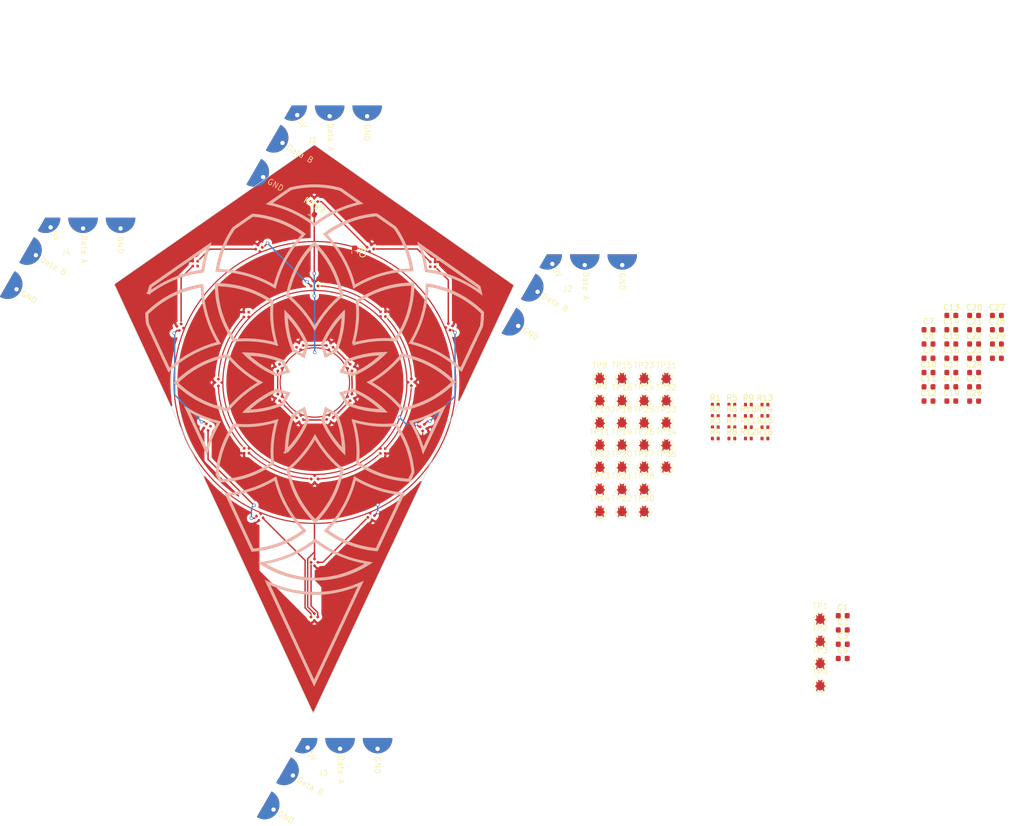
<source format=kicad_pcb>
(kicad_pcb (version 20240108) (generator "pcbnew") (generator_version "8.0")
  (layers (0 "F.Cu" signal) (31 "B.Cu" signal) (34 "B.Paste" user) (35 "F.Paste" user) (36 "B.SilkS" user "B.Silkscreen") (37 "F.SilkS" user "F.Silkscreen") (38 "B.Mask" user) (39 "F.Mask" user) (44 "Edge.Cuts" user))
  (net 0 "")
  (net 1 "+5V")
  (net 2 "GND")
  (net 3 "Net-(J1-Pin_3)")
  (net 4 "Net-(J1-Pin_2)")
  (net 5 "Net-(J2-Pin_3)")
  (net 6 "Net-(J2-Pin_2)")
  (net 7 "Net-(J3-Pin_3)")
  (net 8 "Net-(J3-Pin_2)")
  (net 9 "Net-(J4-Pin_2)")
  (net 10 "Net-(J4-Pin_3)")
  (net 11 "LED_OUT")
  (net 12 "LED_IN")
  (net 13 "Net-(D1-DOUT)")
  (net 14 "Net-(D2-DOUT)")
  (net 15 "Net-(D3-DOUT)")
  (net 16 "Net-(D4-DOUT)")
  (net 17 "Net-(D5-DOUT)")
  (net 18 "Net-(D6-DOUT)")
  (net 19 "Net-(D7-DOUT)")
  (net 20 "Net-(D8-DOUT)")
  (net 21 "Net-(D10-DIN)")
  (net 22 "ROW_ONE")
  (net 23 "Net-(D11-DOUT)")
  (net 24 "Net-(D12-DOUT)")
  (net 25 "Net-(D13-DOUT)")
  (net 26 "Net-(D14-DOUT)")
  (net 27 "Net-(D15-DOUT)")
  (net 28 "Net-(D16-DOUT)")
  (net 29 "Net-(D17-DOUT)")
  (net 30 "Net-(D18-DOUT)")
  (net 31 "Net-(D19-DOUT)")
  (net 32 "ROW_TWO")
  (net 33 "Net-(D21-DOUT)")
  (net 34 "Net-(D22-DOUT)")
  (net 35 "Net-(D23-DOUT)")
  (net 36 "Net-(D24-DOUT)")
  (net 37 "Net-(D25-DOUT)")
  (net 38 "Net-(D26-DOUT)")
  (net 39 "Net-(D27-DOUT)")
  (net 40 "Net-(D28-DOUT)")
  (footprint "SWS-Library:C_0603_1608Metric" (layer "F.Cu") (at 163.385 57.125)
    (property "Reference" "C26")
    (property "Value" "1uF,25V,X5R")
  )
  (footprint "SWS-Library:SWS-Testpoint-Bug-SM-2.4mm" (layer "F.Cu") (at 136.32 95.58)
    (property "Reference" "TP1")
    (property "Value" "TestPoint")
  )
  (footprint "Resistor_SMD:R_0402_1005Metric" (layer "F.Cu") (at 126.58 57.74)
    (property "Reference" "R13")
    (property "Value" "0")
  )
  (footprint "SWS-Library:C_0603_1608Metric" (layer "F.Cu") (at 159.375 42.065)
    (property "Reference" "C13")
    (property "Value" "1uF,25V,X5R")
  )
  (footprint "SWS-Library:XL-1010RGBC-WS2812B" (layer "F.Cu") (at 44.78 60.22 30)
    (property "Reference" "D27")
    (property "Value" "XL-1010RGBC-WS2812B" (hide yes))
  )
  (footprint "SWS-Library:C_0603_1608Metric" (layer "F.Cu") (at 159.375 44.575)
    (property "Reference" "C14")
    (property "Value" "1uF,25V,X5R")
  )
  (footprint "SWS-Library:XL-1010RGBC-WS2812B" (layer "F.Cu") (at 57.17 30.21 -150)
    (property "Reference" "D2")
    (property "Value" "XL-1010RGBC-WS2812B" (hide yes))
  )
  (footprint "SWS-Library:C_0603_1608Metric" (layer "F.Cu") (at 155.365 47.085)
    (property "Reference" "C8")
    (property "Value" "1uF,25V,X5R")
  )
  (footprint "SWS-Library:SWS-Testpoint-Bug-SM-2.4mm" (layer "F.Cu") (at 97.53 57.14)
    (property "Reference" "TP9")
    (property "Value" "TestPoint")
  )
  (footprint "SWS-Library:C_0603_1608Metric" (layer "F.Cu") (at 155.365 44.575)
    (property "Reference" "C7")
    (property "Value" "1uF,25V,X5R")
  )
  (footprint "SWS-Library:SWS-Testpoint-Bug-SM-2.4mm" (layer "F.Cu") (at 105.33 72.74)
    (property "Reference" "TP28")
    (property "Value" "TestPoint")
  )
  (footprint "SWS-Library:C_0603_1608Metric" (layer "F.Cu") (at 159.375 57.125)
    (property "Reference" "C19")
    (property "Value" "1uF,25V,X5R")
  )
  (footprint "SWS-Library:SWS-Testpoint-Bug-SM-2.4mm" (layer "F.Cu") (at 97.53 68.84)
    (property "Reference" "TP12")
    (property "Value" "TestPoint")
  )
  (footprint "SWS-Library:dodecahedron_corner" (layer "F.Cu") (at 43.5 5.11)
    (property "Reference" "J1")
    (property "Value" "Conn_01x04" (hide yes))
  )
  (footprint "SWS-Library:C_0603_1608Metric" (layer "F.Cu") (at 163.385 52.105)
    (property "Reference" "C24")
    (property "Value" "1uF,25V,X5R")
  )
  (footprint "SWS-Library:SWS-Testpoint-Bug-SM-2.4mm" (layer "F.Cu") (at 97.53 53.24)
    (property "Reference" "TP8")
    (property "Value" "TestPoint")
  )
  (footprint "SWS-Library:C_0603_1608Metric" (layer "F.Cu") (at 163.385 47.085)
    (property "Reference" "C22")
    (property "Value" "1uF,25V,X5R")
  )
  (footprint "Resistor_SMD:R_0402_1005Metric" (layer "F.Cu") (at 123.67 57.74)
    (property "Reference" "R9")
    (property "Value" "0")
  )
  (footprint "SWS-Library:XL-1010RGBC-WS2812B" (layer "F.Cu") (at 68.12 33.06 180)
    (property "Reference" "D3")
    (property "Value" "XL-1010RGBC-WS2812B" (hide yes))
  )
  (footprint "SWS-Library:dodecahedron_corner" (layer "F.Cu") (at 88.38 31.3)
    (property "Reference" "J2")
    (property "Value" "Conn_01x04" (hide yes))
  )
  (footprint "SWS-Library:SWS-Testpoint-Bug-SM-2.4mm" (layer "F.Cu") (at 97.53 72.74)
    (property "Reference" "TP13")
    (property "Value" "TestPoint")
  )
  (footprint "SWS-Library:XL-1010RGBC-WS2812B" (layer "F.Cu") (at 35.38 65.86)
    (property "Reference" "D19")
    (property "Value" "XL-1010RGBC-WS2812B" (hide yes))
  )
  (footprint "SWS-Library:XL-1010RGBC-WS2812B" (layer "F.Cu") (at 47.29 22.03 -135)
    (property "Reference" "D1")
    (property "Value" "XL-1010RGBC-WS2812B" (hide yes))
  )
  (footprint "SWS-Library:C_0603_1608Metric" (layer "F.Cu") (at 140.275 99.905)
    (property "Reference" "C3")
    (property "Value" "1uF,25V,X5R")
  )
  (footprint "SWS-Library:XL-1010RGBC-WS2812B" (layer "F.Cu") (at 47.33 85.495425 45)
    (property "Reference" "D7")
    (property "Value" "XL-1010RGBC-WS2812B" (hide yes))
  )
  (footprint "SWS-Library:SWS-Testpoint-Bug-SM-2.4mm" (layer "F.Cu") (at 97.53 61.04)
    (property "Reference" "TP10")
    (property "Value" "TestPoint")
  )
  (footprint "SWS-Library:SWS-Testpoint-Bug-SM-2.4mm" (layer "F.Cu") (at 136.32 99.48)
    (property "Reference" "TP2")
    (property "Value" "TestPoint")
  )
  (footprint "SWS-Library:SWS-Testpoint-Bug-SM-2.4mm" (layer "F.Cu") (at 109.23 68.84)
    (property "Reference" "TP35")
    (property "Value" "TestPoint")
  )
  (footprint "SWS-Library:SWS-Testpoint-Bug-SM-2.4mm" (layer "F.Cu") (at 109.23 61.04)
    (property "Reference" "TP33")
    (property "Value" "TestPoint")
  )
  (footprint "SWS-Library:XL-1010RGBC-WS2812B" (layer "F.Cu") (at 50.02 47.5 -150)
    (property "Reference" "D23")
    (property "Value" "XL-1010RGBC-WS2812B" (hide yes))
  )
  (footprint "SWS-Library:SWS-Testpoint-Bug-SM-2.4mm" (layer "F.Cu") (at 97.53 76.64)
    (property "Reference" "TP14")
    (property "Value" "TestPoint")
  )
  (footprint "SWS-Library:XL-1010RGBC-WS2812B" (layer "F.Cu") (at 41.04 56.48 -30)
    (property "Reference" "D28")
    (property "Value" "XL-1010RGBC-WS2812B" (hide yes))
  )
  (footprint "SWS-Library:XL-1010RGBC-WS2812B" (layer "F.Cu") (at 35.33 41.9 -90)
    (property "Reference" "D21")
    (property "Value" "XL-1010RGBC-WS2812B" (hide yes))
  )
  (footprint "SWS-Library:SWS-Testpoint-Bug-SM-2.4mm" (layer "F.Cu") (at 109.23 64.94)
    (property "Reference" "TP34")
    (property "Value" "TestPoint")
  )
  (footprint "SWS-Library:C_0603_1608Metric" (layer "F.Cu") (at 140.275 94.885)
    (property "Reference" "C1")
    (property "Value" "1uF,25V,X5R")
  )
  (footprint "Resistor_SMD:R_0402_1005Metric" (layer "F.Cu") (at 117.85 59.73)
    (property "Reference" "R2")
    (property "Value" "0")
  )
  (footprint "SWS-Library:C_0603_1608Metric" (layer "F.Cu") (at 46.621995 23.92375 -30)
    (property "Reference" "ROW2")
    (property "Value" "10uF,10V,X5R ")
  )
  (footprint "LOGO" (layer "F.Cu") (at 43.4168 64.28441)
    (property "Reference" "G***" (hide yes))
    (property "Value" "LOGO" (hide yes))
  )
  (footprint "SWS-Library:SWS-Testpoint-Bug-SM-2.4mm" (layer "F.Cu") (at 109.23 57.14)
    (property "Reference" "TP32")
    (property "Value" "TestPoint")
  )
  (footprint "SWS-Library:SWS-Testpoint-Bug-SM-2.4mm" (layer "F.Cu") (at 105.33 68.84)
    (property "Reference" "TP27")
    (property "Value" "TestPoint")
  )
  (footprint "SWS-Library:C_0603_1608Metric" (layer "F.Cu") (at 163.385 54.615)
    (property "Reference" "C25")
    (property "Value" "1uF,25V,X5R")
  )
  (footprint "SWS-Library:SWS-Testpoint-Bug-SM-2.4mm" (layer "F.Cu") (at 105.33 61.04)
    (property "Reference" "TP25")
    (property "Value" "TestPoint")
  )
  (footprint "SWS-Library:XL-1010RGBC-WS2812B" (layer "F.Cu") (at 50.06 60.19 60)
    (property "Reference" "D26")
    (property "Value" "XL-1010RGBC-WS2812B" (hide yes))
  )
  (footprint "Resistor_SMD:R_0402_1005Metric" (layer "F.Cu") (at 126.58 63.71)
    (property "Reference" "R16")
    (property "Value" "0")
  )
  (footprint "SWS-Library:XL-1010RGBC-WS2812B" (layer "F.Cu") (at 64.37 53.81 135)
    (property "Reference" "D16")
    (property "Value" "XL-1010RGBC-WS2812B" (hide yes))
  )
  (footprint "SWS-Library:SWS-Testpoint-Bug-SM-2.4mm" (layer "F.Cu") (at 105.33 64.94)
    (property "Reference" "TP26")
    (property "Value" "TestPoint")
  )
  (footprint "SWS-Library:SWS-Testpoint-Bug-SM-2.4mm" (layer "F.Cu") (at 105.33 53.24)
    (property "Reference" "TP23")
    (property "Value" "TestPoint")
  )
  (footprint "SWS-Library:C_0603_1608Metric" (layer "F.Cu") (at 155.365 57.125)
    (property "Reference" "C12")
    (property "Value" "1uF,25V,X5R")
  )
  (footprint "SWS-Library:XL-1010RGBC-WS2812B" (layer "F.Cu") (at 47.31 95.11 45)
    (property "Reference" "D8")
    (property "Value" "XL-1010RGBC-WS2812B" (hide yes))
  )
  (footprint "SWS-Library:C_0603_1608Metric" (layer "F.Cu") (at 163.385 49.595)
    (property "Reference" "C23")
    (property "Value" "1uF,25V,X5R")
  )
  (footprint "SWS-Library:XL-1010RGBC-WS2812B" (layer "F.Cu") (at 26.345 32.945 -90)
    (property "Reference" "D12")
    (property "Value" "XL-1010RGBC-WS2812B" (hide yes))
  )
  (footprint "SWS-Library:XL-1010RGBC-WS2812B" (layer "F.Cu") (at 44.75 47.49 -120)
    (property "Reference" "D22")
    (property "Value" "XL-1010RGBC-WS2812B" (hide yes))
  )
  (footprint "SWS-Library:XL-1010RGBC-WS2812B" (layer "F.Cu") (at 37.707075 77.524575 30)
    (property "Reference" "D9")
    (property "Value" "XL-1010RGBC-WS2812B" (hide yes))
  )
  (footprint "SWS-Library:C_0603_1608Metric" (layer "F.Cu") (at 159.375 52.105)
    (property "Reference" "C17")
    (property "Value" "1uF,25V,X5R")
  )
  (footprint "SWS-Library:XL-1010RGBC-WS2812B" (layer "F.Cu") (at 59.35 65.91 90)
    (property "Reference" "D17")
    (property "Value" "XL-1010RGBC-WS2812B" (hide yes))
  )
  (footprint "SWS-Library:SWS-Testpoint-Bug-SM-2.4mm" (layer "F.Cu") (at 105.33 76.64)
    (property "Reference" "TP30")
    (property "Value" "TestPoint")
  )
  (footprint "SWS-Library:SWS-Testpoint-Bug-SM-2.4mm" (layer "F.Cu") (at 101.43 57.14)
    (property "Reference" "TP16")
    (property "Value" "TestPoint")
  )
  (footprint "SWS-Library:XL-1010RGBC-WS2812B" (layer "F.Cu") (at 57.3 77.43 60)
    (property "Reference" "D6")
    (property "Value" "XL-1010RGBC-WS2812B" (hide yes))
  )
  (footprint "SWS-Library:XL-1010RGBC-WS2812B" (layer "F.Cu") (at 71.03 44.05 150)
    (property "Reference" "D4")
    (property "Value" "XL-1010RGBC-WS2812B" (hide yes))
  )
  (footprint "SWS-Library:SWS-Testpoint-Bug-SM-2.4mm" (layer "F.Cu") (at 136.32 107.28)
    (property "Reference" "TP4")
    (property "Value" "TestPoint")
  )
  (footprint "SWS-Library:SWS-Testpoint-Bug-SM-2.4mm" (layer "F.Cu") (at 136.32 103.38)
    (property "Reference" "TP3")
    (property "Value" "TestPoint")
  )
  (footprint "SWS-Library:C_0603_1608Metric" (layer "F.Cu") (at 167.395 42.065)
    (property "Reference" "C27")
    (property "Value" "1uF,25V,X5R")
  )
  (footprint "SWS-Library:C_0603_1608Metric" (layer "F.Cu") (at 140.275 102.415)
    (property "Reference" "C4")
    (property "Value" "1uF,25V,X5R")
  )
  (footprint "Resistor_SMD:R_0402_1005Metric" (layer "F.Cu") (at 123.67 63.71)
    (property "Reference" "R12")
    (property "Value" "0")
  )
  (footprint "SWS-Library:XL-1010RGBC-WS2812B" (layer "F.Cu") (at 23.71 44.13 -60)
    (property "Reference" "D11")
    (property "Value" "XL-1010RGBC-WS2812B" (hide yes))
  )
  (footprint "SWS-Library:XL-1010RGBC-WS2812B" (layer "F.Cu") (at 47.35 36.88 -135)
    (property "Reference" "D14")
    (property "Value" "XL-1010RGBC-WS2812B" (hide yes))
  )
  (footprint "SWS-Library:XL-1010RGBC-WS2812B" (layer "F.Cu") (at 66.51 61.8 120)
    (property "Reference" "D5")
    (property "Value" "XL-1010RGBC-WS2812B" (hide yes))
  )
  (footprint "Resistor_SMD:R_0402_1005Metric" (layer "F.Cu") (at 120.76 57.74)
    (property "Reference" "R5")
    (property "Value" "0")
  )
  (footprint "SWS-Library:XL-1010RGBC-WS2812B" (layer "F.Cu") (at 30.42 53.86 -45)
    (property "Reference" "D20")
    (property "Value" "XL-1010RGBC-WS2812B" (hide yes))
  )
  (footprint "Resistor_SMD:R_0402_1005Metric" (layer "F.Cu") (at 120.76 59.73)
    (property "Reference" "R6")
    (property "Value" "0")
  )
  (footprint "SWS-Library:XL-1010RGBC-WS2812B" (layer "F.Cu") (at 37.56 30.24 -120)
    (property "Reference" "D13")
    (property "Value" "XL-1010RGBC-WS2812B" (hide yes))
  )
  (footprint "SWS-Library:C_0603_1608Metric" (layer "F.Cu") (at 159.375 54.615)
    (property "Reference" "C18")
    (property "Value" "1uF,25V,X5R")
  )
  (footprint "SWS-Library:C_0603_1608Metric" (layer "F.Cu") (at 140.275 97.395)
    (property "Reference" "C2")
    (property "Value" "1uF,25V,X5R")
  )
  (footprint "Resistor_SMD:R_0402_1005Metric" (layer "F.Cu") (at 120.76 63.71)
    (property "Reference" "R8")
    (property "Value" "0")
  )
  (footprint "SWS-Library:XL-1010RGBC-WS2812B" (layer "F.Cu") (at 41.03 51.23 -60)
    (property "Reference" "D29")
    (property "Value" "XL-1010RGBC-WS2812B" (hide yes))
  )
  (footprint "SWS-Library:XL-1010RGBC-WS2812B" (layer "F.Cu") (at 28.45 61.70556 -30)
    (property "Reference" "D10")
    (property "Value" "XL-1010RGBC-WS2812B" (hide yes))
  )
  (footprint "Resistor_SMD:R_0402_1005Metric" (layer "F.Cu") (at 120.76 61.72)
    (property "Reference" "R7")
    (property "Value" "0")
  )
  (footprint "SWS-Library:SWS-Testpoint-Bug-SM-2.4mm" (layer "F.Cu") (at 97.53 64.94)
    (property "Reference" "TP11")
    (property "Value" "TestPoint")
  )
  (footprint "SWS-Library:C_0603_1608Metric" (layer "F.Cu") (at 163.385 44.575)
    (property "Reference" "C21")
    (property "Value" "1uF,25V,X5R")
  )
  (footprint "SWS-Library:SWS-Testpoint-Bug-SM-2.4mm" (layer "F.Cu") (at 101.43 68.84)
    (property "Reference" "TP20")
    (property "Value" "TestPoint")
  )
  (footprint "Resistor_SMD:R_0402_1005Metric" (layer "F.Cu") (at 117.85 61.72)
    (property "Reference" "R3")
    (property "Value" "0")
  )
  (footprint "SWS-Library:C_0603_1608Metric" (layer "F.Cu") (at 167.395 44.575)
    (property "Reference" "C28")
    (property "Value" "1uF,25V,X5R")
  )
  (footprint "Resistor_SMD:R_0402_1005Metric" (layer "F.Cu") (at 123.67 59.73)
    (property "Reference" "R10")
    (property "Value" "0")
  )
  (footprint "Resistor_SMD:R_0402_1005Metric" (layer "F.Cu") (at 123.67 61.72)
    (property "Reference" "R11")
    (property "Value" "0")
  )
  (footprint "Resistor_SMD:R_0402_1005Metric" (layer "F.Cu") (at 117.85 57.74)
    (property "Reference" "R1")
    (property "Value" "0")
  )
  (footprint "SWS-Library:XL-1010RGBC-WS2812B" (layer "F.Cu") (at 47.36 70.83 45)
    (property "Reference" "D18")
    (property "Value" "XL-1010RGBC-WS2812B" (hide yes))
  )
  (footprint "SWS-Library:dodecahedron_corner" (layer "F.Cu") (at 0.11 24.86)
    (property "Reference" "J4")
    (property "Value" "Conn_01x04" (hide yes))
  )
  (footprint "SWS-Library:SWS-Testpoint-Bug-SM-2.4mm" (layer "F.Cu") (at 101.43 64.94)
    (property "Reference" "TP19")
    (property "Value" "TestPoint")
  )
  (footprint "SWS-Library:dodecahedron_corner" (layer "F.Cu") (at 45.33 116.4)
    (property "Reference" "J3")
    (property "Value" "Conn_01x04" (hide yes))
  )
  (footprint "SWS-Library:SWS-Testpoint-Bug-SM-2.4mm" (layer "F.Cu") (at 101.43 72.74)
    (property "Reference" "TP21")
    (property "Value" "TestPoint")
  )
  (footprint "SWS-Library:C_0603_1608Metric" (layer "F.Cu") (at 159.375 49.595)
    (property "Reference" "C16")
    (property "Value" "1uF,25V,X5R")
  )
  (footprint "Resistor_SMD:R_0402_1005Metric" (layer "F.Cu") (at 126.58 59.73)
    (property "Reference" "R14")
    (property "Value" "0")
  )
  (footprint "SWS-Library:C_0603_1608Metric" (layer "F.Cu") (at 163.385 42.065)
    (property "Reference" "C20")
    (property "Value" "1uF,25V,X5R")
  )
  (footprint "SWS-Library:SWS-Testpoint-Bug-SM-2.4mm" (layer "F.Cu") (at 109.23 53.24)
    (property "Reference" "TP31")
    (property "Value" "TestPoint")
  )
  (footprint "Resistor_SMD:R_0402_1005Metric" (layer "F.Cu") (at 117.85 63.71)
    (property "Reference" "R4")
    (property "Value" "0")
  )
  (footprint "SWS-Library:SWS-Testpoint-Bug-SM-2.4mm" (layer "F.Cu") (at 101.43 53.24)
    (property "Reference" "TP15")
    (property "Value" "TestPoint")
  )
  (footprint "SWS-Library:C_0603_1608Metric" (layer "F.Cu") (at 167.395 47.085)
    (property "Reference" "C29")
    (property "Value" "1uF,25V,X5R")
  )
  (footprint "SWS-Library:C_0603_1608Metric" (layer "F.Cu") (at 54.4 30.9775 -90)
    (property "Reference" "C6")
    (property "Value" "1uF,25V,X5R")
  )
  (footprint "SWS-Library:XL-1010RGBC-WS2812B" (layer "F.Cu") (at 53.76 51.23 150)
    (property "Reference" "D24")
    (property "Value" "XL-1010RGBC-WS2812B" (hide yes))
  )
  (footprint "LOGO" (layer "F.Cu") (at 43.4168 64.28441)
    (property "Reference" "G***" (hide yes))
    (property "Value" "LOGO" (hide yes))
  )
  (footprint "SWS-Library:XL-1010RGBC-WS2812B" (layer "F.Cu") (at 59.38 41.83 180)
    (property "Reference" "D15")
    (property "Value" "XL-1010RGBC-WS2812B" (hide yes))
  )
  (footprint "SWS-Library:C_0603_1608Metric" (layer "F.Cu") (at 155.365 49.595)
    (property "Reference" "C9")
    (property "Value" "1uF,25V,X5R")
  )
  (footprint "SWS-Library:SWS-Testpoint-Bug-SM-2.4mm" (layer "F.Cu") (at 101.43 76.64)
    (property "Reference" "TP22")
    (property "Value" "TestPoint")
  )
  (footprint "SWS-Library:SWS-Testpoint-Bug-SM-2.4mm" (layer "F.Cu") (at 105.33 57.14)
    (property "Reference" "TP24")
    (property "Value" "TestPoint")
  )
  (footprint "SWS-Library:C_0603_1608Metric" (layer "F.Cu") (at 159.375 47.085)
    (property "Reference" "C15")
    (property "Value" "1uF,25V,X5R")
  )
  (footprint "Resistor_SMD:R_0402_1005Metric" (layer "F.Cu") (at 126.58 61.72)
    (property "Reference" "R15")
    (property "Value" "0")
  )
  (footprint "SWS-Library:SWS-Testpoint-Bug-SM-2.4mm" (layer "F.Cu") (at 101.43 61.04)
    (property "Reference" "TP18")
    (property "Value" "TestPoint")
  )
  (footprint "SWS-Library:C_0603_1608Metric" (layer "F.Cu") (at 155.365 52.105)
    (property "Reference" "C10")
    (property "Value" "1uF,25V,X5R")
  )
  (footprint "SWS-Library:C_0603_1608Metric" (layer "F.Cu") (at 155.365 54.615)
    (property "Reference" "C11")
    (property "Value" "1uF,25V,X5R")
  )
  (footprint "SWS-Library:XL-1010RGBC-WS2812B" (layer "F.Cu") (at 53.75 56.48 120)
    (property "Reference" "D25")
    (property "Value" "XL-1010RGBC-WS2812B" (hide yes))
  )
  (footprint "SWS-Library:C_0603_1608Metric" (layer "F.Cu") (at 167.395 49.595)
    (property "Reference" "C30")
    (property "Value" "1uF,25V,X5R")
  )
  (gr_circle (center 47.4 53.85) (end 47.28 37.66) (stroke (width 0.2)) (fill none) (layer "F.Cu") (net 1))
  (gr_arc (start 64.37 54.39) (mid 63.084276 60.351999) (end 59.774661 65.474984) (stroke (width 0.2)) (layer "F.Cu") (net 28))
  (gr_arc (start 30.440001 53.25) (mid 31.707018 47.389978) (end 34.932661 42.336225) (stroke (width 0.2)) (layer "F.Cu") (net 32))
  (gr_circle (center 47.4 53.85) (end 45 48.23) (stroke (width 0.2)) (fill none) (layer "F.Cu") (net 1))
  (gr_arc (start 46.75 70.799999) (mid 40.879625 69.509172) (end 35.827966 66.252137) (stroke (width 0.2)) (layer "F.Cu") (net 30))
  (gr_arc (start 34.92 65.38) (mid 31.684611 60.308936) (end 30.418927 54.428334) (stroke (width 0.2)) (layer "F.Cu") (net 31))
  (gr_arc (start 47.97 36.860001) (mid 53.874904 38.131839) (end 58.962327 41.388156) (stroke (width 0.2)) (layer "F.Cu") (net 26))
  (gr_arc (start 58.93 66.31) (mid 53.842677 69.55619) (end 47.941199 70.817604) (stroke (width 0.2)) (layer "F.Cu") (net 29))
  (gr_arc (start 59.809999 42.230001) (mid 63.102336 47.333168) (end 64.390987 53.267911) (stroke (width 0.2)) (layer "F.Cu") (net 27))
  (gr_circle (center 47.4 53.85) (end 47.28 29.05) (stroke (width 0.2)) (fill none) (layer "F.Cu") (net 1))
  (gr_line (start 60.6019 83.30061) (end 66.0908 71.59621) (stroke (width 0.1)) (layer "Edge.Cuts"))
  (gr_line (start 12.1025 36.57221) (end 47.0955 112.04141) (stroke (width 0.1)) (layer "Edge.Cuts"))
  (gr_line (start 12.1055 36.56041) (end 12.1115 36.56831) (stroke (width 0.1)) (layer "Edge.Cuts"))
  (gr_line (start 66.1156 71.54151) (end 67.3692 68.86881) (stroke (width 0.1)) (layer "Edge.Cuts"))
  (gr_line (start 82.4075 36.75341) (end 82.4135 36.74531) (stroke (width 0.1)) (layer "Edge.Cuts"))
  (gr_line (start 62.009 22.37687) (end 61.9977 22.37591) (stroke (width 0.1)) (layer "Edge.Cuts"))
  (gr_line (start 66.0908 71.59621) (end 66.0948 71.55691) (stroke (width 0.1)) (layer "Edge.Cuts"))
  (gr_line (start 47.316 12.042) (end 47.31 12.05) (stroke (width 0.1)) (layer "Edge.Cuts"))
  (gr_line (start 73.3101 56.17181) (end 73.3181 56.18461) (stroke (width 0.1)) (layer "Edge.Cuts"))
  (gr_line (start 74.4921 53.65341) (end 78.4856 45.13781) (stroke (width 0.1)) (layer "Edge.Cuts"))
  (gr_line (start 67.3692 68.86881) (end 67.3544 68.87191) (stroke (width 0.1)) (layer "Edge.Cuts"))
  (gr_line (start 47.1109 112.03971) (end 60.5876 83.30171) (stroke (width 0.1)) (layer "Edge.Cuts"))
  (gr_line (start 82.4135 36.74531) (end 75.4164 31.82021) (stroke (width 0.1)) (layer "Edge.Cuts"))
  (gr_line (start 47.1109 112.03971) (end 47.1109 112.03971) (stroke (width 0.1)) (layer "Edge.Cuts"))
  (gr_line (start 74.5001 53.66481) (end 74.4921 53.65341) (stroke (width 0.1)) (layer "Edge.Cuts"))
  (gr_line (start 78.4856 45.13781) (end 78.4936 45.15061) (stroke (width 0.1)) (layer "Edge.Cuts"))
  (gr_line (start 47.305 12.042) (end 12.1055 36.56041) (stroke (width 0.1)) (layer "Edge.Cuts"))
  (gr_line (start 47.31 12.05) (end 47.305 12.042) (stroke (width 0.1)) (layer "Edge.Cuts"))
  (gr_line (start 47.0955 112.04141) (end 47.1045 112.03741) (stroke (width 0.1)) (layer "Edge.Cuts"))
  (gr_line (start 75.4114 31.80981) (end 62.009 22.37687) (stroke (width 0.1)) (layer "Edge.Cuts"))
  (gr_line (start 79.7115 42.52601) (end 82.4165 36.75751) (stroke (width 0.1)) (layer "Edge.Cuts"))
  (gr_line (start 12.1115 36.56831) (end 12.1025 36.57221) (stroke (width 0.1)) (layer "Edge.Cuts"))
  (gr_line (start 47.1045 112.03741) (end 47.1109 112.03971) (stroke (width 0.1)) (layer "Edge.Cuts"))
  (gr_line (start 82.4165 36.75751) (end 82.4075 36.75341) (stroke (width 0.1)) (layer "Edge.Cuts"))
  (gr_line (start 67.3544 68.87191) (end 73.3101 56.17181) (stroke (width 0.1)) (layer "Edge.Cuts"))
  (gr_line (start 60.5876 83.30171) (end 60.6019 83.30061) (stroke (width 0.1)) (layer "Edge.Cuts"))
  (gr_line (start 73.3181 56.18461) (end 74.5001 53.66481) (stroke (width 0.1)) (layer "Edge.Cuts"))
  (gr_line (start 66.0948 71.55691) (end 66.1008 71.54361) (stroke (width 0.1)) (layer "Edge.Cuts"))
  (gr_line (start 61.9977 22.37591) (end 47.316 12.042) (stroke (width 0.1)) (layer "Edge.Cuts"))
  (gr_line (start 78.4936 45.15061) (end 79.7195 42.53741) (stroke (width 0.1)) (layer "Edge.Cuts"))
  (gr_line (start 66.1008 71.54361) (end 66.1156 71.54151) (stroke (width 0.1)) (layer "Edge.Cuts"))
  (gr_line (start 75.4164 31.82021) (end 75.4114 31.80981) (stroke (width 0.1)) (layer "Edge.Cuts"))
  (gr_line (start 79.7195 42.53741) (end 79.7115 42.52601) (stroke (width 0.1)) (layer "Edge.Cuts"))
  (segment (start 65.734439 61.644439) (end 65.25 61.16) (width 0.25) (layer "F.Cu") (net 1))
  (segment (start 47.36 48.55) (end 47.36 47.86) (width 0.25) (layer "F.Cu") (net 1))
  (segment (start 47.31 37.521041) (end 47.35 37.481041) (width 0.25) (layer "F.Cu") (net 1))
  (segment (start 46.130156 84.869844) (end 47.33 83.67) (width 0.25) (layer "F.Cu") (net 1))
  (segment (start 47.290001 22.631041) (end 47.29 28.94) (width 0.25) (layer "F.Cu") (net 1))
  (segment (start 47.31 38.61) (end 47.31 37.521041) (width 0.25) (layer "F.Cu") (net 1))
  (segment (start 46.130156 93.329115) (end 46.130156 84.869844) (width 0.25) (layer "F.Cu") (net 1))
  (segment (start 47.29 28.94) (end 47.29 34.68) (width 0.25) (layer "F.Cu") (net 1))
  (segment (start 65.929439 61.644439) (end 65.734439 61.644439) (width 0.25) (layer "F.Cu") (net 1))
  (segment (start 47.33 84.894384) (end 47.33 83.67) (width 0.25) (layer "F.Cu") (net 1))
  (segment (start 47.31 94.508959) (end 46.130156 93.329115) (width 0.25) (layer "F.Cu") (net 1))
  (segment (start 47.33 83.67) (end 47.33 79.61) (width 0.25) (layer "F.Cu") (net 1))
  (segment (start 47.36 47.86) (end 47.37 47.85) (width 0.25) (layer "F.Cu") (net 1))
  (segment (start 47.33 79.61) (end 47.33 78.77) (width 0.25) (layer "F.Cu") (net 1))
  (via (at 47.36 48.55) (size 0.6) (drill 0.4) (layers "F.Cu" "B.Cu") (net 1))
  (via (at 47.29 34.68) (size 0.6) (drill 0.4) (layers "F.Cu" "B.Cu") (net 1))
  (via (at 47.31 38.61) (size 0.6) (drill 0.4) (layers "F.Cu" "B.Cu") (net 1))
  (via (at 65.25 61.16) (size 0.6) (drill 0.4) (layers "F.Cu" "B.Cu") (net 1))
  (via (at 62.26 59.98) (size 0.6) (drill 0.4) (layers "F.Cu" "B.Cu") (net 1))
  (segment (start 65.25 61.16) (end 65.22 61.13) (width 0.25) (layer "B.Cu") (net 1))
  (segment (start 47.31 38.61) (end 47.36 38.66) (width 0.25) (layer "B.Cu") (net 1))
  (segment (start 63.41 61.13) (end 62.26 59.98) (width 0.25) (layer "B.Cu") (net 1))
  (segment (start 47.29 34.68) (end 47.29 38.59) (width 0.25) (layer "B.Cu") (net 1))
  (segment (start 65.22 61.13) (end 63.41 61.13) (width 0.25) (layer "B.Cu") (net 1))
  (segment (start 47.29 38.59) (end 47.31 38.61) (width 0.25) (layer "B.Cu") (net 1))
  (segment (start 47.36 38.66) (end 47.36 48.55) (width 0.25) (layer "B.Cu") (net 1))
  (segment (start 47.891041 22.029999) (end 48.564999 22.029999) (width 0.25) (layer "F.Cu") (net 13))
  (segment (start 48.564999 22.029999) (end 56.589439 30.054439) (width 0.25) (layer "F.Cu") (net 13))
  (segment (start 57.750561 30.365561) (end 65.425561 30.365561) (width 0.25) (layer "F.Cu") (net 14))
  (segment (start 65.425561 30.365561) (end 67.695 32.635) (width 0.25) (layer "F.Cu") (net 14))
  (segment (start 70.874439 35.814439) (end 70.874439 43.469439) (width 0.25) (layer "F.Cu") (net 15))
  (segment (start 68.545 33.485) (end 70.874439 35.814439) (width 0.25) (layer "F.Cu") (net 15))
  (segment (start 67.62 60.69) (end 67.195 60.69) (width 0.25) (layer "F.Cu") (net 16))
  (segment (start 67.195 60.69) (end 66.665561 61.219439) (width 0.25) (layer "F.Cu") (net 16))
  (segment (start 71.620561 44.630561) (end 72.06 45.07) (width 0.25) (layer "F.Cu") (net 16))
  (segment (start 71.185561 44.630561) (end 71.620561 44.630561) (width 0.25) (layer "F.Cu") (net 16))
  (via (at 67.62 60.69) (size 0.6) (drill 0.4) (layers "F.Cu" "B.Cu") (net 16))
  (via (at 72.06 45.07) (size 0.6) (drill 0.4) (layers "F.Cu" "B.Cu") (net 16))
  (segment (start 72.06 56.25) (end 67.62 60.69) (width 0.25) (layer "B.Cu") (net 16))
  (segment (start 72.06 45.07) (end 72.06 56.25) (width 0.25) (layer "B.Cu") (net 16))
  (segment (start 58.518778 76.68669) (end 58.46831 76.68669) (width 0.25) (layer "F.Cu") (net 17))
  (segment (start 58.46831 76.68669) (end 57.880561 77.274439) (width 0.25) (layer "F.Cu") (net 17))
  (segment (start 66.354439 62.380561) (end 66.354439 67.479371) (width 0.25) (layer "F.Cu") (net 17))
  (segment (start 66.354439 67.479371) (end 58.460452 75.373358) (width 0.25) (layer "F.Cu") (net 17))
  (via (at 58.518778 76.68669) (size 0.6) (drill 0.4) (layers "F.Cu" "B.Cu") (net 17))
  (via (at 58.460452 75.373358) (size 0.6) (drill 0.4) (layers "F.Cu" "B.Cu") (net 17))
  (segment (start 58.460452 76.628364) (end 58.460452 75.373358) (width 0.25) (layer "B.Cu") (net 17))
  (segment (start 58.518778 76.68669) (end 58.460452 76.628364) (width 0.25) (layer "B.Cu") (net 17))
  (segment (start 48.809575 85.495425) (end 47.931041 85.495425) (width 0.25) (layer "F.Cu") (net 18))
  (segment (start 56.719439 77.585561) (end 48.809575 85.495425) (width 0.25) (layer "F.Cu") (net 18))
  (segment (start 46.728959 85.495425) (end 46.728959 93.1501) (width 0.25) (layer "F.Cu") (net 19))
  (segment (start 47.911041 94.332182) (end 47.911041 95.11) (width 0.25) (layer "F.Cu") (net 19))
  (segment (start 46.728959 93.1501) (end 47.911041 94.332182) (width 0.25) (layer "F.Cu") (net 19))
  (segment (start 38.287636 77.757636) (end 38.287636 77.680136) (width 0.25) (layer "F.Cu") (net 20))
  (segment (start 45.680156 85.150156) (end 38.287636 77.757636) (width 0.25) (layer "F.Cu") (net 20))
  (segment (start 46.708959 94.544314) (end 45.680156 93.515511) (width 0.25) (layer "F.Cu") (net 20))
  (segment (start 46.708959 95.11) (end 46.708959 94.544314) (width 0.25) (layer "F.Cu") (net 20))
  (segment (start 45.680156 93.515511) (end 45.680156 85.150156) (width 0.25) (layer "F.Cu") (net 20))
  (segment (start 36.24 77.74) (end 36.755528 77.74) (width 0.25) (layer "F.Cu") (net 21))
  (segment (start 28.60556 62.286122) (end 28.60556 67.38556) (width 0.25) (layer "F.Cu") (net 21))
  (segment (start 36.755528 77.74) (end 37.126514 77.369014) (width 0.25) (layer "F.Cu") (net 21))
  (segment (start 28.60556 67.38556) (end 36.69 75.47) (width 0.25) (layer "F.Cu") (net 21))
  (via (at 36.69 75.47) (size 0.6) (drill 0.4) (layers "F.Cu" "B.Cu") (net 21))
  (via (at 36.24 77.74) (size 0.6) (drill 0.4) (layers "F.Cu" "B.Cu") (net 21))
  (segment (start 36.24 75.92) (end 36.24 77.74) (width 0.25) (layer "B.Cu") (net 21))
  (segment (start 36.69 75.47) (end 36.24 75.92) (width 0.25) (layer "B.Cu") (net 21))
  (segment (start 23.129439 44.710561) (end 22.65 45.19) (width 0.25) (layer "F.Cu") (net 22))
  (segment (start 27.919442 60.75) (end 28.29444 61.124998) (width 0.25) (layer "F.Cu") (net 22))
  (segment (start 27.46 60.75) (end 27.919442 60.75) (width 0.25) (layer "F.Cu") (net 22))
  (segment (start 23.554439 44.710561) (end 23.129439 44.710561) (width 0.25) (layer "F.Cu") (net 22))
  (via (at 22.65 45.19) (size 0.6) (drill 0.4) (layers "F.Cu" "B.Cu") (net 22))
  (via (at 27.46 60.75) (size 0.6) (drill 0.4) (layers "F.Cu" "B.Cu") (net 22))
  (segment (start 22.65 45.19) (end 22.73 45.27) (width 0.25) (layer "B.Cu") (net 22))
  (segment (start 22.73 56.02) (end 27.46 60.75) (width 0.25) (layer "B.Cu") (net 22))
  (segment (start 22.73 45.27) (end 22.73 56.02) (width 0.25) (layer "B.Cu") (net 22))
  (segment (start 23.865561 35.424439) (end 25.92 33.37) (width 0.25) (layer "F.Cu") (net 23))
  (segment (start 23.865561 43.549439) (end 23.865561 35.424439) (width 0.25) (layer "F.Cu") (net 23))
  (segment (start 26.77 32.52) (end 28.894439 30.395561) (width 0.25) (layer "F.Cu") (net 24))
  (segment (start 28.894439 30.395561) (end 36.979439 30.395561) (width 0.25) (layer "F.Cu") (net 24))
  (segment (start 46.03 36.12) (end 46.03 36.161041) (width 0.25) (layer "F.Cu") (net 25))
  (segment (start 38.335561 30.084439) (end 39.07 29.35) (width 0.25) (layer "F.Cu") (net 25))
  (segment (start 38.140561 30.084439) (end 38.335561 30.084439) (width 0.25) (layer "F.Cu") (net 25))
  (segment (start 46.03 36.161041) (end 46.748959 36.88) (width 0.25) (layer "F.Cu") (net 25))
  (via (at 39.07 29.35) (size 0.6) (drill 0.4) (layers "F.Cu" "B.Cu") (net 25))
  (via (at 46.03 36.12) (size 0.6) (drill 0.4) (layers "F.Cu" "B.Cu") (net 25))
  (segment (start 45.84 36.12) (end 46.03 36.12) (width 0.25) (layer "B.Cu") (net 25))
  (segment (start 39.07 29.35) (end 45.84 36.12) (width 0.25) (layer "B.Cu") (net 25))
  (segment (start 46.851698 47.334439) (end 47.131049 47.311653) (width 0.25) (layer "F.Cu") (net 34))
  (segment (start 45.330561 47.334439) (end 46.851698 47.334439) (width 0.25) (layer "F.Cu") (net 34))
  (segment (start 49.309439 47.224439) (end 49.379439 47.294439) (width 0.25) (layer "F.Cu") (net 34))
  (segment (start 49.406653 47.311653) (end 49.439439 47.344439) (width 0.25) (layer "F.Cu") (net 34))
  (segment (start 47.131049 47.311653) (end 49.406653 47.311653) (width 0.25) (layer "F.Cu") (net 34))
  (segment (start 53.584439 50.649439) (end 53.684439 50.649439) (width 0.25) (layer "F.Cu") (net 35))
  (segment (start 53.594439 50.649439) (end 53.604439 50.649439) (width 0.25) (layer "F.Cu") (net 35))
  (segment (start 50.600561 47.655561) (end 53.594439 50.649439) (width 0.25) (layer "F.Cu") (net 35))
  (segment (start 53.922215 53.318005) (end 53.943874 53.844542) (width 0.25) (layer "F.Cu") (net 36))
  (segment (start 53.943874 53.844542) (end 53.943874 55.861126) (width 0.25) (layer "F.Cu") (net 36))
  (segment (start 53.915561 51.810561) (end 53.915561 53.263584) (width 0.25) (layer "F.Cu") (net 36))
  (segment (start 53.915561 53.263584) (end 53.922215 53.318005) (width 0.25) (layer "F.Cu") (net 36))
  (segment (start 53.995561 55.949439) (end 54.015561 55.969439) (width 0.25) (layer "F.Cu") (net 36))
  (segment (start 53.943874 55.861126) (end 53.905561 55.899439) (width 0.25) (layer "F.Cu") (net 36))
  (segment (start 53.594439 57.060561) (end 50.640561 60.014439) (width 0.25) (layer "F.Cu") (net 37))
  (segment (start 50.640561 60.014439) (end 50.640561 60.034439) (width 0.25) (layer "F.Cu") (net 37))
  (segment (start 53.534439 57.130561) (end 53.704439 57.130561) (width 0.25) (layer "F.Cu") (net 37))
  (segment (start 45.435 60.45) (end 45.360561 60.375561) (width 0.25) (layer "F.Cu") (net 38))
  (segment (start 49.375 60.45) (end 45.435 60.45) (width 0.25) (layer "F.Cu") (net 38))
  (segment (start 49.319439 60.455561) (end 49.339439 60.475561) (width 0.25) (layer "F.Cu") (net 38))
  (segment (start 49.479439 60.345561) (end 49.375 60.45) (width 0.25) (layer "F.Cu") (net 38))
  (segment (start 44.199439 60.064439) (end 41.195561 57.060561) (width 0.25) (layer "F.Cu") (net 39))
  (segment (start 40.856126 55.871126) (end 40.856126 51.828874) (width 0.25) (layer "F.Cu") (net 40))
  (segment (start 40.884439 55.899439) (end 40.856126 55.871126) (width 0.25) (layer "F.Cu") (net 40))
  (segment (start 40.856126 51.828874) (end 40.874439 51.810561) (width 0.25) (layer "F.Cu") (net 40))
  (segment (start 40.954439 51.905561) (end 40.843878 51.795) (width 0.25) (layer "F.Cu") (net 40))
  (zone (net 2) (net_name "GND") (layers "F&B.Cu") (connect_pads (clearance 0.508)) (min_thickness 0.25) (fill yes (thermal_gap 0.5) (thermal_bridge_width 0.5))
    (polygon (pts (xy 47.38 11.33) (xy 83.15 36.76) (xy 47.18 112.77) (xy 11.85 36.54) (xy 47.4 11.33) (xy 47.4 11.35)))
  )
)
</source>
